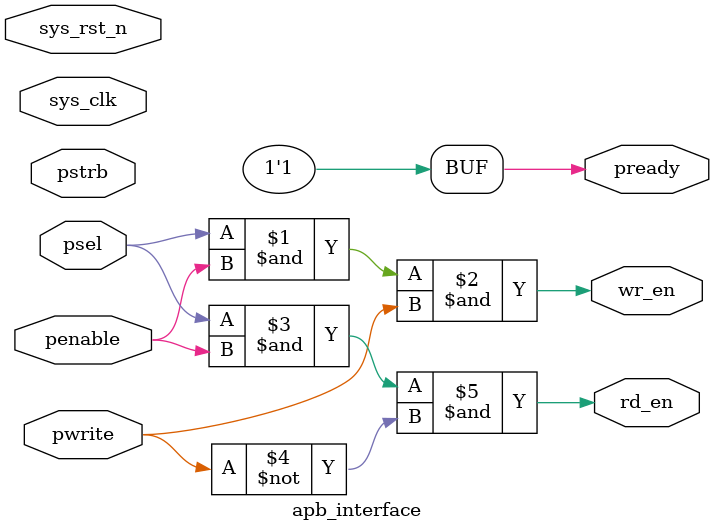
<source format=v>
module apb_interface (
	// clock and reset
	input wire sys_clk,
	input wire sys_rst_n,
	input wire psel,
	input wire pwrite,
	input wire [3:0] pstrb,
	input wire penable,
	output wire pready,
	output wire wr_en,
	output wire rd_en
);

	assign wr_en = psel & penable & pwrite;
	assign rd_en = psel & penable & ~pwrite;
	assign pready = 1'b1;
endmodule
 

</source>
